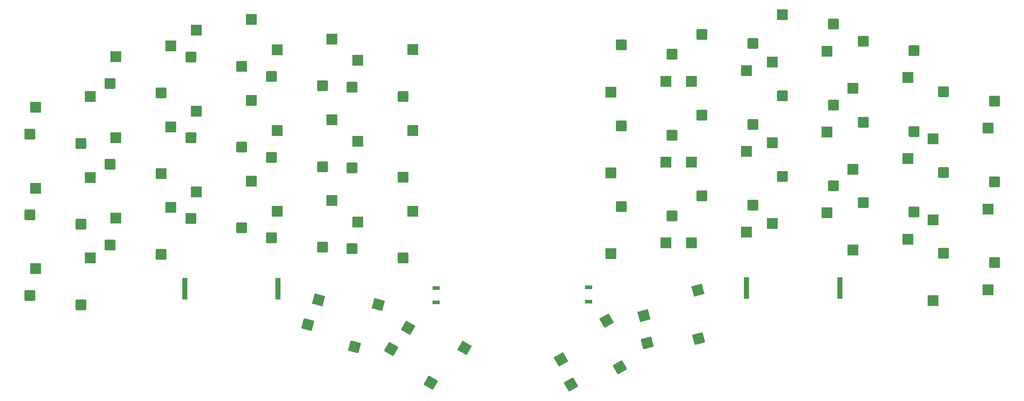
<source format=gbp>
G04 #@! TF.GenerationSoftware,KiCad,Pcbnew,(6.0.9)*
G04 #@! TF.CreationDate,2022-12-29T20:14:13-03:00*
G04 #@! TF.ProjectId,pulso - high,70756c73-6f20-42d2-9068-6967682e6b69,0.3*
G04 #@! TF.SameCoordinates,Original*
G04 #@! TF.FileFunction,Paste,Bot*
G04 #@! TF.FilePolarity,Positive*
%FSLAX46Y46*%
G04 Gerber Fmt 4.6, Leading zero omitted, Abs format (unit mm)*
G04 Created by KiCad (PCBNEW (6.0.9)) date 2022-12-29 20:14:13*
%MOMM*%
%LPD*%
G01*
G04 APERTURE LIST*
G04 Aperture macros list*
%AMRoundRect*
0 Rectangle with rounded corners*
0 $1 Rounding radius*
0 $2 $3 $4 $5 $6 $7 $8 $9 X,Y pos of 4 corners*
0 Add a 4 corners polygon primitive as box body*
4,1,4,$2,$3,$4,$5,$6,$7,$8,$9,$2,$3,0*
0 Add four circle primitives for the rounded corners*
1,1,$1+$1,$2,$3*
1,1,$1+$1,$4,$5*
1,1,$1+$1,$6,$7*
1,1,$1+$1,$8,$9*
0 Add four rect primitives between the rounded corners*
20,1,$1+$1,$2,$3,$4,$5,0*
20,1,$1+$1,$4,$5,$6,$7,0*
20,1,$1+$1,$6,$7,$8,$9,0*
20,1,$1+$1,$8,$9,$2,$3,0*%
%AMRotRect*
0 Rectangle, with rotation*
0 The origin of the aperture is its center*
0 $1 length*
0 $2 width*
0 $3 Rotation angle, in degrees counterclockwise*
0 Add horizontal line*
21,1,$1,$2,0,0,$3*%
G04 Aperture macros list end*
%ADD10R,1.270000X5.080000*%
%ADD11R,2.550000X2.500000*%
%ADD12RoundRect,0.250000X-1.025000X-1.000000X1.025000X-1.000000X1.025000X1.000000X-1.025000X1.000000X0*%
%ADD13RotRect,2.550000X2.500000X210.000000*%
%ADD14R,1.700000X0.900000*%
%ADD15RotRect,2.550000X2.500000X195.000000*%
%ADD16RoundRect,0.250000X1.248893X0.700636X-0.731255X1.231215X-1.248893X-0.700636X0.731255X-1.231215X0*%
%ADD17RoundRect,0.250000X1.387676X0.353525X-0.387676X1.378525X-1.387676X-0.353525X0.387676X-1.378525X0*%
%ADD18RoundRect,0.250000X0.387676X1.378525X-1.387676X0.353525X-0.387676X-1.378525X1.387676X-0.353525X0*%
%ADD19RoundRect,0.250000X0.731255X1.231215X-1.248893X0.700636X-0.731255X-1.231215X1.248893X-0.700636X0*%
%ADD20RoundRect,0.250000X1.025000X1.000000X-1.025000X1.000000X-1.025000X-1.000000X1.025000X-1.000000X0*%
%ADD21RotRect,2.550000X2.500000X345.000000*%
%ADD22RotRect,2.550000X2.500000X330.000000*%
G04 APERTURE END LIST*
D10*
X225093152Y-96504295D03*
X203123152Y-96504295D03*
D11*
X184098848Y-66788000D03*
X171171848Y-69328000D03*
X184098848Y-85823000D03*
X171171848Y-88363000D03*
D12*
X173591000Y-39126205D03*
X185591000Y-41326205D03*
X173591000Y-77251205D03*
X185591000Y-79451205D03*
X173591000Y-58216205D03*
X185591000Y-60416205D03*
D11*
X184098848Y-47698000D03*
X171171848Y-50238000D03*
X203098848Y-64263000D03*
X190171848Y-66803000D03*
X203098848Y-45173000D03*
X190171848Y-47713000D03*
X203098848Y-83298000D03*
X190171848Y-85838000D03*
D12*
X192591000Y-36601205D03*
X204591000Y-38801205D03*
X192591000Y-74726205D03*
X204591000Y-76926205D03*
X192591000Y-55691205D03*
X204591000Y-57891205D03*
D11*
X222088848Y-40581000D03*
X209161848Y-43121000D03*
D12*
X211581000Y-32009205D03*
X223581000Y-34209205D03*
X211581000Y-51099205D03*
X223581000Y-53299205D03*
D11*
X222088848Y-59671000D03*
X209161848Y-62211000D03*
D12*
X211581000Y-70134205D03*
X223581000Y-72334205D03*
D11*
X222088848Y-78706000D03*
X209161848Y-81246000D03*
X228161848Y-49371000D03*
X241088848Y-46831000D03*
X241088848Y-65921000D03*
X228161848Y-68461000D03*
D12*
X242581000Y-40459205D03*
X230581000Y-38259205D03*
X230581000Y-57349205D03*
X242581000Y-59549205D03*
D11*
X241088848Y-84956000D03*
X228161848Y-87496000D03*
D12*
X230581000Y-76384205D03*
X242581000Y-78584205D03*
X261483152Y-90515500D03*
X249483152Y-88315500D03*
D11*
X247064000Y-61302295D03*
X259991000Y-58762295D03*
X259991000Y-77852295D03*
X247064000Y-80392295D03*
D12*
X261483152Y-52390500D03*
X249483152Y-50190500D03*
D11*
X247064000Y-99427295D03*
X259991000Y-96887295D03*
D12*
X249483152Y-69280500D03*
X261483152Y-71480500D03*
D13*
X159413848Y-113339295D03*
X170138300Y-104214591D03*
D14*
X165890000Y-99713000D03*
X165890000Y-96313000D03*
D15*
X191669873Y-97008125D03*
X178949200Y-103046220D03*
D16*
X110849478Y-110351422D03*
X99827770Y-105120556D03*
D17*
X128721339Y-118821152D03*
X119429034Y-110915897D03*
D18*
X173306589Y-115194152D03*
X161814284Y-119288897D03*
D19*
X191857123Y-108463726D03*
X179696611Y-109444518D03*
D20*
X122238804Y-51278205D03*
X110238804Y-49078205D03*
D11*
X111576652Y-42770000D03*
X124503652Y-40230000D03*
X124503652Y-59320000D03*
X111576652Y-61860000D03*
D20*
X110238804Y-68168205D03*
X122238804Y-70368205D03*
X122238804Y-89403205D03*
X110238804Y-87203205D03*
D11*
X124503652Y-78355000D03*
X111576652Y-80895000D03*
D20*
X103238804Y-48753205D03*
X91238804Y-46553205D03*
D11*
X92576652Y-40245000D03*
X105503652Y-37705000D03*
X92576652Y-59335000D03*
X105503652Y-56795000D03*
D20*
X103238804Y-67843205D03*
X91238804Y-65643205D03*
X103238804Y-86878205D03*
X91238804Y-84678205D03*
D11*
X92576652Y-78370000D03*
X105503652Y-75830000D03*
D20*
X84248804Y-82286205D03*
X72248804Y-80086205D03*
D11*
X73586652Y-54743000D03*
X86513652Y-52203000D03*
X73586652Y-35653000D03*
X86513652Y-33113000D03*
D20*
X84248804Y-44161205D03*
X72248804Y-41961205D03*
X84248804Y-63251205D03*
X72248804Y-61051205D03*
D11*
X73586652Y-73778000D03*
X86513652Y-71238000D03*
D20*
X65248804Y-88536205D03*
X53248804Y-86336205D03*
D11*
X54586652Y-60993000D03*
X67513652Y-58453000D03*
X54586652Y-41903000D03*
X67513652Y-39363000D03*
D20*
X65248804Y-50411205D03*
X53248804Y-48211205D03*
X65248804Y-69501205D03*
X53248804Y-67301205D03*
D11*
X54586652Y-80028000D03*
X67513652Y-77488000D03*
D20*
X34346652Y-60142500D03*
X46346652Y-62342500D03*
D11*
X48611500Y-51294295D03*
X35684500Y-53834295D03*
D20*
X46346652Y-81432500D03*
X34346652Y-79232500D03*
D11*
X35684500Y-72924295D03*
X48611500Y-70384295D03*
D20*
X34346652Y-98267500D03*
X46346652Y-100467500D03*
D10*
X92804500Y-96656295D03*
X70834500Y-96656295D03*
D11*
X48611500Y-89419295D03*
X35684500Y-91959295D03*
D21*
X102373653Y-99284876D03*
X116409126Y-100416069D03*
D22*
X123419500Y-105931295D03*
X136683952Y-110656591D03*
D14*
X130035652Y-96465000D03*
X130035652Y-99865000D03*
M02*

</source>
